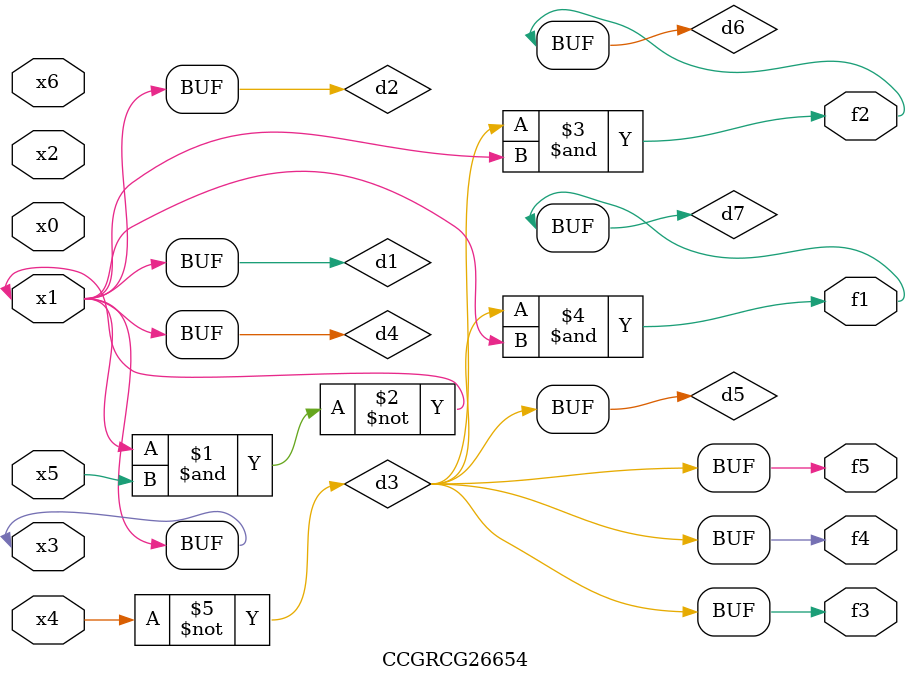
<source format=v>
module CCGRCG26654(
	input x0, x1, x2, x3, x4, x5, x6,
	output f1, f2, f3, f4, f5
);

	wire d1, d2, d3, d4, d5, d6, d7;

	buf (d1, x1, x3);
	nand (d2, x1, x5);
	not (d3, x4);
	buf (d4, d1, d2);
	buf (d5, d3);
	and (d6, d3, d4);
	and (d7, d3, d4);
	assign f1 = d7;
	assign f2 = d6;
	assign f3 = d5;
	assign f4 = d5;
	assign f5 = d5;
endmodule

</source>
